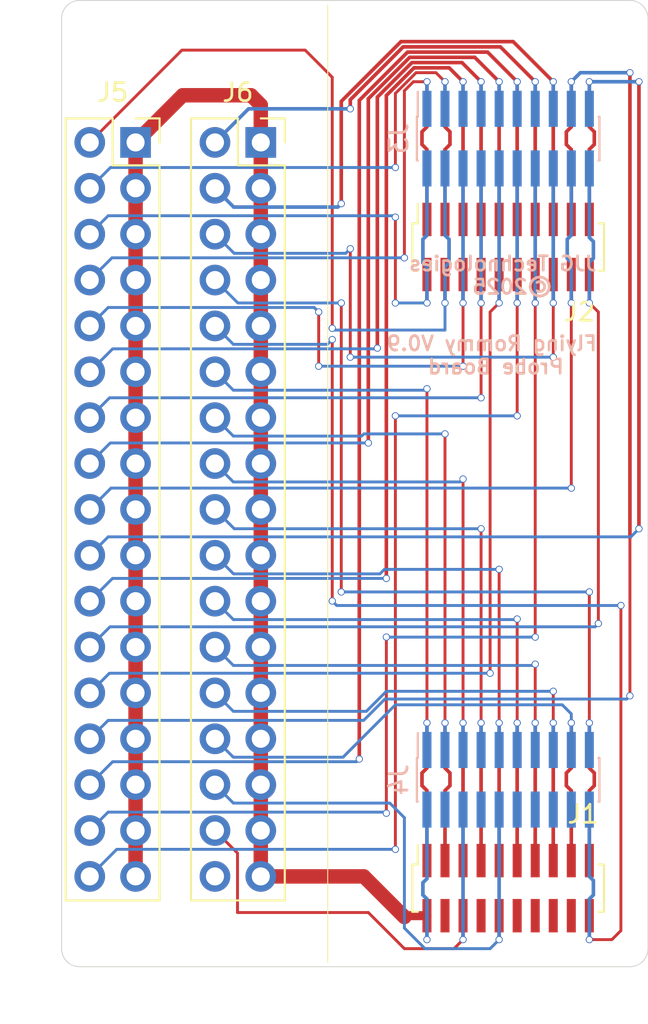
<source format=kicad_pcb>
(kicad_pcb (version 20240108) (generator "pcbnew") (generator_version "8.0")
  (layers (0 "F.Cu" signal) (31 "B.Cu" signal) (34 "B.Paste" user) (35 "F.Paste" user) (36 "B.SilkS" user "B.Silkscreen") (37 "F.SilkS" user "F.Silkscreen") (38 "B.Mask" user) (39 "F.Mask" user) (44 "Edge.Cuts" user))
  (net 0 "")
  (net 7 "/3v3-A10")
  (net 8 "/3v3-A5")
  (net 9 "/3v3-A3")
  (net 10 "/3v3-A14")
  (net 11 "/3v3-A8")
  (net 12 "/3v3-A18")
  (net 13 "/3v3-A12")
  (net 14 "/3v3-A16")
  (net 15 "/3v3-A17")
  (net 16 "/3v3-A0")
  (net 17 "/3v3-A4")
  (net 18 "/3v3-A11")
  (net 19 "/3v3-A15")
  (net 20 "/3v3-A7")
  (net 21 "/3v3-A9")
  (net 22 "/3v3-A6")
  (net 23 "/3v3-A13")
  (net 24 "/3v3-A1")
  (net 25 "/3v3-A2")
  (net 26 "/~{3v3-BusConnect}")
  (net 27 "/~{3v3-OE}")
  (net 28 "/3v3-D7")
  (net 29 "/3v3-D3")
  (net 30 "/3v3-D4")
  (net 31 "/3v3-D0")
  (net 32 "/~{3v3-FL_WE}")
  (net 33 "/3v3-D6")
  (net 34 "/3v3-D2")
  (net 35 "/~{3v3-CE}")
  (net 36 "/3v3-D1")
  (net 37 "/3v3-D5")
  (net 38 "/3v3")
  (net 39 "/5v")
  (net 40 "/GND")
  (footprint "JJGTechnologies_Footprint_Library:PinSocket_2x10_P1.00mm_Vertical_SMD" (layer "F.Cu") (at 152.25 120.4 90)
    (property "Reference" "J1")
    (property "Value" "Conn_01x20_Socket")
  )
  (footprint "Connector_PinSocket_2.54mm:PinSocket_2x17_P2.54mm_Vertical" (layer "F.Cu") (at 138.54 79.11)
    (property "Reference" "J6")
    (property "Value" "Conn_01x34_Pin")
  )
  (footprint "JJGTechnologies_Footprint_Library:PinSocket_2x10_P1.00mm_Vertical_SMD" (layer "F.Cu") (at 152.25 84.9 90)
    (property "Reference" "J2")
    (property "Value" "Conn_01x20_Socket")
  )
  (footprint "Connector_PinSocket_2.54mm:PinSocket_2x17_P2.54mm_Vertical" (layer "F.Cu") (at 131.6 79.11)
    (property "Reference" "J5")
    (property "Value" "Conn_01x34_Pin")
  )
  (footprint "JJGTechnologies_Footprint_Library2:PinHeader_2x10_P1.00mm_Vertical_SMD" (layer "B.Cu") (at 152.25 78.9 -90)
    (property "Reference" "J3")
    (property "Value" "Conn_01x20_Pin")
  )
  (footprint "JJGTechnologies_Footprint_Library2:PinHeader_2x10_P1.00mm_Vertical_SMD" (layer "B.Cu") (at 152.25 114.4 -90)
    (property "Reference" "J4")
    (property "Value" "Conn_01x20_Pin")
  )
  (gr_line (start 142.25 71.5) (end 142.25 124.5) (stroke (width 0.05)) (layer "F.SilkS"))
  (gr_arc (start 159 71.25) (mid 159.707107 71.542893) (end 160 72.25) (stroke (width 0.05)) (layer "Edge.Cuts"))
  (gr_line (start 159 124.75) (end 128.5 124.75) (stroke (width 0.05)) (layer "Edge.Cuts"))
  (gr_arc (start 128.5 124.75) (mid 127.792893 124.457107) (end 127.5 123.75) (stroke (width 0.05)) (layer "Edge.Cuts"))
  (gr_line (start 160 72.25) (end 160 123.75) (stroke (width 0.05)) (layer "Edge.Cuts"))
  (gr_arc (start 160 123.75) (mid 159.707107 124.457107) (end 159 124.75) (stroke (width 0.05)) (layer "Edge.Cuts"))
  (gr_line (start 128.5 71.25) (end 159 71.25) (stroke (width 0.05)) (layer "Edge.Cuts"))
  (gr_arc (start 127.5 72.25) (mid 127.792893 71.542893) (end 128.5 71.25) (stroke (width 0.05)) (layer "Edge.Cuts"))
  (gr_line (start 127.5 123.75) (end 127.5 72.25) (stroke (width 0.05)) (layer "Edge.Cuts"))
  (gr_text "Flying Rommy V0.9\n   Probe Board" (at 157.25 92 0) (layer "B.SilkS") (effects (font (size 0.8 0.8) (thickness 0.15) (bold yes)) (justify left bottom mirror)))
  (gr_text "JJG Technologies \n    ©2025" (at 157.226 87.5792 0) (layer "B.SilkS") (effects (font (size 0.8 0.8)) (justify left bottom mirror)))
  (segment (start 149.75 83.375) (end 149.75 75.75) (width 0.2) (layer "F.Cu") (net 7))
  (segment (start 149.75 75.75) (end 148.98 74.98) (width 0.2) (layer "F.Cu") (net 7))
  (segment (start 145.5 76.514609) (end 145.5 103.25) (width 0.2) (layer "F.Cu") (net 7))
  (segment (start 148.98 74.98) (end 147.034609 74.98) (width 0.2) (layer "F.Cu") (net 7))
  (segment (start 147.034609 74.98) (end 145.5 76.514609) (width 0.2) (layer "F.Cu") (net 7))
  (via (at 149.75 75.75) (size 0.4) (drill 0.3) (layers "F.Cu" "B.Cu") (net 7))
  (via (at 145.5 103.25) (size 0.4) (drill 0.3) (layers "F.Cu" "B.Cu") (net 7))
  (segment (start 129.06 104.51) (end 130.32 103.25) (width 0.16) (layer "B.Cu") (net 7))
  (segment (start 149.75 75.75) (end 149.75 77.25) (width 0.2) (layer "B.Cu") (net 7))
  (segment (start 130.32 103.25) (end 145.5 103.25) (width 0.16) (layer "B.Cu") (net 7))
  (segment (start 149.69 74.69) (end 146.914487 74.69) (width 0.2) (layer "F.Cu") (net 8))
  (segment (start 150.75 75.75) (end 149.69 74.69) (width 0.2) (layer "F.Cu") (net 8))
  (segment (start 145 76.604487) (end 145 90.25) (width 0.2) (layer "F.Cu") (net 8))
  (segment (start 146.914487 74.69) (end 145 76.604487) (width 0.2) (layer "F.Cu") (net 8))
  (segment (start 145 90.25) (end 145 90.5) (width 0.2) (layer "F.Cu") (net 8))
  (segment (start 150.75 83.375) (end 150.75 75.75) (width 0.2) (layer "F.Cu") (net 8))
  (via (at 150.75 75.75) (size 0.4) (drill 0.3) (layers "F.Cu" "B.Cu") (net 8))
  (via (at 145 90.5) (size 0.4) (drill 0.3) (layers "F.Cu" "B.Cu") (net 8))
  (segment (start 129.06 91.81) (end 130.33 90.54) (width 0.16) (layer "B.Cu") (net 8))
  (segment (start 144.96 90.54) (end 145 90.5) (width 0.16) (layer "B.Cu") (net 8))
  (segment (start 150.75 75.75) (end 150.75 77.25) (width 0.2) (layer "B.Cu") (net 8))
  (segment (start 130.33 90.54) (end 144.96 90.54) (width 0.16) (layer "B.Cu") (net 8))
  (segment (start 147 75.75) (end 147.75 75.75) (width 0.16) (layer "F.Cu") (net 9))
  (segment (start 147.75 78.25) (end 147.75 75.75) (width 0.2) (layer "F.Cu") (net 9))
  (segment (start 146.5 85.5) (end 146.5 76.25) (width 0.16) (layer "F.Cu") (net 9))
  (segment (start 146.5 76.25) (end 147 75.75) (width 0.16) (layer "F.Cu") (net 9))
  (segment (start 147.475 78.525) (end 147.75 78.25) (width 0.2) (layer "F.Cu") (net 9))
  (segment (start 147.75 79.5) (end 147.475 79.225) (width 0.2) (layer "F.Cu") (net 9))
  (segment (start 147.475 79.225) (end 147.475 78.525) (width 0.2) (layer "F.Cu") (net 9))
  (segment (start 147.75 83.375) (end 147.75 79.5) (width 0.2) (layer "F.Cu") (net 9))
  (via (at 146.5 85.5) (size 0.4) (drill 0.3) (layers "F.Cu" "B.Cu") (net 9))
  (via (at 147.75 75.75) (size 0.4) (drill 0.3) (layers "F.Cu" "B.Cu") (net 9))
  (segment (start 147.75 75.75) (end 147.75 77.25) (width 0.2) (layer "B.Cu") (net 9))
  (segment (start 130.29 85.5) (end 146.5 85.5) (width 0.16) (layer "B.Cu") (net 9))
  (segment (start 129.06 86.73) (end 130.29 85.5) (width 0.16) (layer "B.Cu") (net 9))
  (segment (start 144 76.784243) (end 144 104.75) (width 0.2) (layer "F.Cu") (net 10))
  (segment (start 151.11 74.11) (end 146.674243 74.11) (width 0.2) (layer "F.Cu") (net 10))
  (segment (start 152.75 75.75) (end 151.11 74.11) (width 0.2) (layer "F.Cu") (net 10))
  (segment (start 152.75 83.375) (end 152.75 75.75) (width 0.2) (layer "F.Cu") (net 10))
  (segment (start 146.674243 74.11) (end 144 76.784243) (width 0.2) (layer "F.Cu") (net 10))
  (segment (start 144 104.5) (end 144 113.25) (width 0.2) (layer "F.Cu") (net 10))
  (segment (start 144 104.75) (end 144 104.5) (width 0.2) (layer "F.Cu") (net 10))
  (via (at 144 113.25) (size 0.4) (drill 0.3) (layers "F.Cu" "B.Cu") (net 10))
  (via (at 152.75 75.75) (size 0.4) (drill 0.3) (layers "F.Cu" "B.Cu") (net 10))
  (segment (start 129.06 114.67) (end 130.33 113.4) (width 0.16) (layer "B.Cu") (net 10))
  (segment (start 130.33 113.4) (end 143.85 113.4) (width 0.16) (layer "B.Cu") (net 10))
  (segment (start 152.75 75.75) (end 152.75 77.25) (width 0.2) (layer "B.Cu") (net 10))
  (segment (start 143.85 113.4) (end 144 113.25) (width 0.16) (layer "B.Cu") (net 10))
  (segment (start 155.75 98.25) (end 155.75 88) (width 0.16) (layer "F.Cu") (net 11))
  (segment (start 155.75 88) (end 155.75 86.425) (width 0.2) (layer "F.Cu") (net 11))
  (via (at 155.75 98.25) (size 0.4) (drill 0.3) (layers "F.Cu" "B.Cu") (net 11))
  (via (at 155.75 88) (size 0.4) (drill 0.3) (layers "F.Cu" "B.Cu") (net 11))
  (segment (start 155.75 84.25) (end 155.525 84.475) (width 0.2) (layer "B.Cu") (net 11))
  (segment (start 155.525 84.475) (end 155.525 85.525) (width 0.2) (layer "B.Cu") (net 11))
  (segment (start 155.75 85.75) (end 155.75 88) (width 0.2) (layer "B.Cu") (net 11))
  (segment (start 155.525 85.525) (end 155.75 85.75) (width 0.2) (layer "B.Cu") (net 11))
  (segment (start 155.75 80.55) (end 155.75 84.25) (width 0.2) (layer "B.Cu") (net 11))
  (segment (start 130.24 98.25) (end 155.75 98.25) (width 0.16) (layer "B.Cu") (net 11))
  (segment (start 129.06 99.43) (end 130.24 98.25) (width 0.16) (layer "B.Cu") (net 11))
  (segment (start 154.75 83.375) (end 154.75 75.75) (width 0.2) (layer "F.Cu") (net 12))
  (segment (start 146.309878 73.53) (end 143 76.839878) (width 0.2) (layer "F.Cu") (net 12))
  (segment (start 152.53 73.53) (end 146.309878 73.53) (width 0.2) (layer "F.Cu") (net 12))
  (segment (start 143 76.839878) (end 143 82.5) (width 0.2) (layer "F.Cu") (net 12))
  (segment (start 154.75 75.75) (end 152.53 73.53) (width 0.2) (layer "F.Cu") (net 12))
  (via (at 154.75 75.75) (size 0.4) (drill 0.3) (layers "F.Cu" "B.Cu") (net 12))
  (via (at 143 82.5) (size 0.4) (drill 0.3) (layers "F.Cu" "B.Cu") (net 12))
  (segment (start 143 82.5) (end 142.81 82.69) (width 0.2) (layer "B.Cu") (net 12))
  (segment (start 142.81 82.69) (end 137.04 82.69) (width 0.2) (layer "B.Cu") (net 12))
  (segment (start 137.04 82.69) (end 136 81.65) (width 0.2) (layer "B.Cu") (net 12))
  (segment (start 154.75 75.75) (end 154.75 77.25) (width 0.2) (layer "B.Cu") (net 12))
  (segment (start 151.25 108.5) (end 151.25 88.5) (width 0.16) (layer "F.Cu") (net 13))
  (segment (start 151.75 86.425) (end 151.75 88) (width 0.2) (layer "F.Cu") (net 13))
  (segment (start 151.25 88.5) (end 151.75 88) (width 0.16) (layer "F.Cu") (net 13))
  (via (at 151.25 108.5) (size 0.4) (drill 0.3) (layers "F.Cu" "B.Cu") (net 13))
  (via (at 151.75 88) (size 0.4) (drill 0.3) (layers "F.Cu" "B.Cu") (net 13))
  (segment (start 129.06 109.59) (end 130.15 108.5) (width 0.16) (layer "B.Cu") (net 13))
  (segment (start 151.75 80.55) (end 151.75 88) (width 0.2) (layer "B.Cu") (net 13))
  (segment (start 130.15 108.5) (end 151.25 108.5) (width 0.16) (layer "B.Cu") (net 13))
  (segment (start 152.75 88) (end 152.75 86.425) (width 0.2) (layer "F.Cu") (net 14))
  (segment (start 152.75 94.25) (end 152.75 88) (width 0.16) (layer "F.Cu") (net 14))
  (segment (start 146 118.25) (end 146 94.25) (width 0.16) (layer "F.Cu") (net 14))
  (via (at 146 94.25) (size 0.4) (drill 0.3) (layers "F.Cu" "B.Cu") (net 14))
  (via (at 152.75 94.25) (size 0.4) (drill 0.3) (layers "F.Cu" "B.Cu") (net 14))
  (via (at 152.75 88) (size 0.4) (drill 0.3) (layers "F.Cu" "B.Cu") (net 14))
  (via (at 146 118.25) (size 0.4) (drill 0.3) (layers "F.Cu" "B.Cu") (net 14))
  (segment (start 129.06 119.75) (end 130.56 118.25) (width 0.16) (layer "B.Cu") (net 14))
  (segment (start 152.75 80.55) (end 152.75 88) (width 0.2) (layer "B.Cu") (net 14))
  (segment (start 146 94.25) (end 152.75 94.25) (width 0.16) (layer "B.Cu") (net 14))
  (segment (start 130.56 118.25) (end 146 118.25) (width 0.16) (layer "B.Cu") (net 14))
  (segment (start 153.75 75.75) (end 151.82 73.82) (width 0.2) (layer "F.Cu") (net 15))
  (segment (start 143.5 76.75) (end 143.5 77.25) (width 0.2) (layer "F.Cu") (net 15))
  (segment (start 151.82 73.82) (end 146.43 73.82) (width 0.2) (layer "F.Cu") (net 15))
  (segment (start 146.43 73.82) (end 143.5 76.75) (width 0.2) (layer "F.Cu") (net 15))
  (segment (start 153.75 83.375) (end 153.75 75.75) (width 0.2) (layer "F.Cu") (net 15))
  (via (at 153.75 75.75) (size 0.4) (drill 0.3) (layers "F.Cu" "B.Cu") (net 15))
  (via (at 143.5 77.25) (size 0.4) (drill 0.3) (layers "F.Cu" "B.Cu") (net 15))
  (segment (start 143.5 77.25) (end 137.86 77.25) (width 0.2) (layer "B.Cu") (net 15))
  (segment (start 137.86 77.25) (end 136 79.11) (width 0.2) (layer "B.Cu") (net 15))
  (segment (start 153.75 75.75) (end 153.75 77.25) (width 0.2) (layer "B.Cu") (net 15))
  (segment (start 142.5 75.5) (end 141 74) (width 0.16) (layer "F.Cu") (net 16))
  (segment (start 134.17 74) (end 129.06 79.11) (width 0.16) (layer "F.Cu") (net 16))
  (segment (start 142.5 89.4) (end 142.5 75.5) (width 0.16) (layer "F.Cu") (net 16))
  (segment (start 148.75 88) (end 148.75 86.425) (width 0.2) (layer "F.Cu") (net 16))
  (segment (start 141 74) (end 134.17 74) (width 0.16) (layer "F.Cu") (net 16))
  (via (at 148.75 88) (size 0.4) (drill 0.3) (layers "F.Cu" "B.Cu") (net 16))
  (via (at 142.5 89.4) (size 0.4) (drill 0.3) (layers "F.Cu" "B.Cu") (net 16))
  (segment (start 142.5 89.4) (end 142.6 89.5) (width 0.16) (layer "B.Cu") (net 16))
  (segment (start 148.75 86) (end 148.75 88) (width 0.2) (layer "B.Cu") (net 16))
  (segment (start 148.975 84.475) (end 148.975 85.775) (width 0.2) (layer "B.Cu") (net 16))
  (segment (start 148.75 84.25) (end 148.975 84.475) (width 0.2) (layer "B.Cu") (net 16))
  (segment (start 148.975 85.775) (end 148.75 86) (width 0.2) (layer "B.Cu") (net 16))
  (segment (start 148.75 89.5) (end 148.75 88) (width 0.16) (layer "B.Cu") (net 16))
  (segment (start 148.75 80.55) (end 148.75 84.25) (width 0.2) (layer "B.Cu") (net 16))
  (segment (start 142.6 89.5) (end 148.75 89.5) (width 0.16) (layer "B.Cu") (net 16))
  (segment (start 141.75 88.5) (end 141.75 91.5) (width 0.16) (layer "F.Cu") (net 17))
  (segment (start 149.75 88) (end 149.75 86.425) (width 0.2) (layer "F.Cu") (net 17))
  (segment (start 149.75 91.5) (end 149.75 88) (width 0.16) (layer "F.Cu") (net 17))
  (via (at 141.75 91.5) (size 0.4) (drill 0.3) (layers "F.Cu" "B.Cu") (net 17))
  (via (at 141.75 88.5) (size 0.4) (drill 0.3) (layers "F.Cu" "B.Cu") (net 17))
  (via (at 149.75 88) (size 0.4) (drill 0.3) (layers "F.Cu" "B.Cu") (net 17))
  (via (at 149.75 91.5) (size 0.4) (drill 0.3) (layers "F.Cu" "B.Cu") (net 17))
  (segment (start 141.75 91.5) (end 149.75 91.5) (width 0.16) (layer "B.Cu") (net 17))
  (segment (start 149.75 80.55) (end 149.75 88) (width 0.2) (layer "B.Cu") (net 17))
  (segment (start 129.06 89.27) (end 130.08 88.25) (width 0.16) (layer "B.Cu") (net 17))
  (segment (start 130.08 88.25) (end 141.5 88.25) (width 0.16) (layer "B.Cu") (net 17))
  (segment (start 141.5 88.25) (end 141.75 88.5) (width 0.16) (layer "B.Cu") (net 17))
  (segment (start 156.75 88) (end 156.75 86.425) (width 0.2) (layer "F.Cu") (net 18))
  (segment (start 157.25 88.5) (end 156.75 88) (width 0.16) (layer "F.Cu") (net 18))
  (segment (start 157.25 105.75) (end 157.25 88.5) (width 0.16) (layer "F.Cu") (net 18))
  (via (at 157.25 105.75) (size 0.4) (drill 0.3) (layers "F.Cu" "B.Cu") (net 18))
  (via (at 156.75 88) (size 0.4) (drill 0.3) (layers "F.Cu" "B.Cu") (net 18))
  (segment (start 129.06 107.05) (end 130.18 105.93) (width 0.16) (layer "B.Cu") (net 18))
  (segment (start 130.18 105.93) (end 157.07 105.93) (width 0.16) (layer "B.Cu") (net 18))
  (segment (start 156.975 84.599695) (end 156.975 85.525) (width 0.2) (layer "B.Cu") (net 18))
  (segment (start 157.07 105.93) (end 157.25 105.75) (width 0.16) (layer "B.Cu") (net 18))
  (segment (start 156.75 85.75) (end 156.75 88) (width 0.2) (layer "B.Cu") (net 18))
  (segment (start 156.975 85.525) (end 156.75 85.75) (width 0.2) (layer "B.Cu") (net 18))
  (segment (start 156.75 80.55) (end 156.75 84.25) (width 0.2) (layer "B.Cu") (net 18))
  (segment (start 156.75 84.374695) (end 156.975 84.599695) (width 0.2) (layer "B.Cu") (net 18))
  (segment (start 156.75 84.25) (end 156.75 84.374695) (width 0.2) (layer "B.Cu") (net 18))
  (segment (start 153.75 88) (end 153.75 86.425) (width 0.2) (layer "F.Cu") (net 19))
  (segment (start 153.75 106.5) (end 153.75 88) (width 0.16) (layer "F.Cu") (net 19))
  (segment (start 145.5 116.25) (end 145.5 106.5) (width 0.16) (layer "F.Cu") (net 19))
  (via (at 145.5 116.25) (size 0.4) (drill 0.3) (layers "F.Cu" "B.Cu") (net 19))
  (via (at 145.5 106.5) (size 0.4) (drill 0.3) (layers "F.Cu" "B.Cu") (net 19))
  (via (at 153.75 106.5) (size 0.4) (drill 0.3) (layers "F.Cu" "B.Cu") (net 19))
  (via (at 153.75 88) (size 0.4) (drill 0.3) (layers "F.Cu" "B.Cu") (net 19))
  (segment (start 145.5 106.5) (end 153.75 106.5) (width 0.16) (layer "B.Cu") (net 19))
  (segment (start 129.06 117.21) (end 130.08 116.19) (width 0.16) (layer "B.Cu") (net 19))
  (segment (start 145.44 116.19) (end 145.5 116.25) (width 0.16) (layer "B.Cu") (net 19))
  (segment (start 130.08 116.19) (end 145.44 116.19) (width 0.16) (layer "B.Cu") (net 19))
  (segment (start 153.75 80.55) (end 153.75 88) (width 0.2) (layer "B.Cu") (net 19))
  (segment (start 151.75 83.375) (end 151.75 75.75) (width 0.2) (layer "F.Cu") (net 20))
  (segment (start 150.4 74.4) (end 146.794365 74.4) (width 0.2) (layer "F.Cu") (net 20))
  (segment (start 144.5 76.694365) (end 144.5 95.75) (width 0.2) (layer "F.Cu") (net 20))
  (segment (start 146.794365 74.4) (end 144.5 76.694365) (width 0.2) (layer "F.Cu") (net 20))
  (segment (start 151.75 75.75) (end 150.4 74.4) (width 0.2) (layer "F.Cu") (net 20))
  (via (at 144.5 95.75) (size 0.4) (drill 0.3) (layers "F.Cu" "B.Cu") (net 20))
  (via (at 151.75 75.75) (size 0.4) (drill 0.3) (layers "F.Cu" "B.Cu") (net 20))
  (segment (start 129.06 96.89) (end 130.2 95.75) (width 0.16) (layer "B.Cu") (net 20))
  (segment (start 130.2 95.75) (end 144.5 95.75) (width 0.16) (layer "B.Cu") (net 20))
  (segment (start 151.75 75.75) (end 151.75 77.25) (width 0.2) (layer "B.Cu") (net 20))
  (segment (start 157.025 79.221016) (end 157.025 78.525) (width 0.2) (layer "F.Cu") (net 21))
  (segment (start 156.75 79.496016) (end 157.025 79.221016) (width 0.2) (layer "F.Cu") (net 21))
  (segment (start 156.75 79.5) (end 156.75 79.496016) (width 0.2) (layer "F.Cu") (net 21))
  (segment (start 157.025 78.525) (end 156.75 78.25) (width 0.2) (layer "F.Cu") (net 21))
  (segment (start 159.5 75.75) (end 159.5 100.5) (width 0.2) (layer "F.Cu") (net 21))
  (segment (start 156.75 78.25) (end 156.75 75.75) (width 0.2) (layer "F.Cu") (net 21))
  (segment (start 156.75 83.375) (end 156.75 79.5) (width 0.2) (layer "F.Cu") (net 21))
  (via (at 159.5 100.5) (size 0.4) (drill 0.3) (layers "F.Cu" "B.Cu") (net 21))
  (via (at 159.5 75.75) (size 0.4) (drill 0.3) (layers "F.Cu" "B.Cu") (net 21))
  (via (at 156.75 75.75) (size 0.4) (drill 0.3) (layers "F.Cu" "B.Cu") (net 21))
  (segment (start 159.05 100.95) (end 159.5 100.5) (width 0.16) (layer "B.Cu") (net 21))
  (segment (start 156.75 75.75) (end 159.5 75.75) (width 0.2) (layer "B.Cu") (net 21))
  (segment (start 130.08 100.95) (end 159.05 100.95) (width 0.16) (layer "B.Cu") (net 21))
  (segment (start 156.75 75.75) (end 156.75 77.25) (width 0.2) (layer "B.Cu") (net 21))
  (segment (start 129.06 101.97) (end 130.08 100.95) (width 0.16) (layer "B.Cu") (net 21))
  (segment (start 150.75 93.25) (end 150.75 88) (width 0.16) (layer "F.Cu") (net 22))
  (segment (start 150.75 88) (end 150.75 86.425) (width 0.2) (layer "F.Cu") (net 22))
  (via (at 150.75 93.25) (size 0.4) (drill 0.3) (layers "F.Cu" "B.Cu") (net 22))
  (via (at 150.75 88) (size 0.4) (drill 0.3) (layers "F.Cu" "B.Cu") (net 22))
  (segment (start 130.16 93.25) (end 150.75 93.25) (width 0.16) (layer "B.Cu") (net 22))
  (segment (start 150.75 80.55) (end 150.75 88) (width 0.2) (layer "B.Cu") (net 22))
  (segment (start 129.06 94.35) (end 130.16 93.25) (width 0.16) (layer "B.Cu") (net 22))
  (segment (start 155.75 83.375) (end 155.75 79.5) (width 0.2) (layer "F.Cu") (net 23))
  (segment (start 155.475 79.225) (end 155.475 78.525) (width 0.2) (layer "F.Cu") (net 23))
  (segment (start 159 75.25) (end 159 101) (width 0.2) (layer "F.Cu") (net 23))
  (segment (start 155.75 78.25) (end 155.75 75.75) (width 0.2) (layer "F.Cu") (net 23))
  (segment (start 159 109.75) (end 159 101) (width 0.16) (layer "F.Cu") (net 23))
  (segment (start 155.475 78.525) (end 155.75 78.25) (width 0.2) (layer "F.Cu") (net 23))
  (segment (start 155.75 79.5) (end 155.475 79.225) (width 0.2) (layer "F.Cu") (net 23))
  (via (at 159 109.75) (size 0.4) (drill 0.3) (layers "F.Cu" "B.Cu") (net 23))
  (via (at 155.75 75.75) (size 0.4) (drill 0.3) (layers "F.Cu" "B.Cu") (net 23))
  (via (at 159 75.25) (size 0.4) (drill 0.3) (layers "F.Cu" "B.Cu") (net 23))
  (segment (start 145.423554 109.93) (end 158.82 109.93) (width 0.16) (layer "B.Cu") (net 23))
  (segment (start 158.82 109.93) (end 159 109.75) (width 0.16) (layer "B.Cu") (net 23))
  (segment (start 129.06 112.13) (end 129.06 111.44) (width 0.16) (layer "B.Cu") (net 23))
  (segment (start 130.08 111.11) (end 144.243554 111.11) (width 0.16) (layer "B.Cu") (net 23))
  (segment (start 156.25 75.25) (end 159 75.25) (width 0.2) (layer "B.Cu") (net 23))
  (segment (start 129.06 112.13) (end 130.08 111.11) (width 0.16) (layer "B.Cu") (net 23))
  (segment (start 155.75 75.75) (end 155.75 77.25) (width 0.2) (layer "B.Cu") (net 23))
  (segment (start 155.75 75.75) (end 156.25 75.25) (width 0.2) (layer "B.Cu") (net 23))
  (segment (start 144.243554 111.11) (end 145.423554 109.93) (width 0.16) (layer "B.Cu") (net 23))
  (segment (start 146 76.396447) (end 147.146447 75.25) (width 0.16) (layer "F.Cu") (net 24))
  (segment (start 148.75 83.375) (end 148.75 79.5) (width 0.2) (layer "F.Cu") (net 24))
  (segment (start 148.75 79.5) (end 149.025 79.225) (width 0.2) (layer "F.Cu") (net 24))
  (segment (start 148.75 78.25) (end 148.75 75.75) (width 0.2) (layer "F.Cu") (net 24))
  (segment (start 149.025 79.225) (end 149.025 78.525) (width 0.2) (layer "F.Cu") (net 24))
  (segment (start 148.25 75.25) (end 148.75 75.75) (width 0.16) (layer "F.Cu") (net 24))
  (segment (start 149.025 78.525) (end 148.75 78.25) (width 0.2) (layer "F.Cu") (net 24))
  (segment (start 146 80.5) (end 146 76.396447) (width 0.16) (layer "F.Cu") (net 24))
  (segment (start 147.146447 75.25) (end 148.25 75.25) (width 0.16) (layer "F.Cu") (net 24))
  (via (at 148.75 75.75) (size 0.4) (drill 0.3) (layers "F.Cu" "B.Cu") (net 24))
  (via (at 146 80.5) (size 0.4) (drill 0.3) (layers "F.Cu" "B.Cu") (net 24))
  (segment (start 148.75 75.75) (end 148.75 77.25) (width 0.2) (layer "B.Cu") (net 24))
  (segment (start 130.21 80.5) (end 146 80.5) (width 0.16) (layer "B.Cu") (net 24))
  (segment (start 129.06 81.65) (end 130.21 80.5) (width 0.16) (layer "B.Cu") (net 24))
  (segment (start 146 83.25) (end 146 88) (width 0.16) (layer "F.Cu") (net 25))
  (segment (start 147.75 88) (end 147.75 86.425) (width 0.2) (layer "F.Cu") (net 25))
  (via (at 146 83.25) (size 0.4) (drill 0.3) (layers "F.Cu" "B.Cu") (net 25))
  (via (at 146 88) (size 0.4) (drill 0.3) (layers "F.Cu" "B.Cu") (net 25))
  (via (at 147.75 88) (size 0.4) (drill 0.3) (layers "F.Cu" "B.Cu") (net 25))
  (segment (start 147.75 86) (end 147.75 88) (width 0.2) (layer "B.Cu") (net 25))
  (segment (start 130.08 83.17) (end 145.92 83.17) (width 0.16) (layer "B.Cu") (net 25))
  (segment (start 129.06 84.19) (end 130.08 83.17) (width 0.16) (layer "B.Cu") (net 25))
  (segment (start 146 88) (end 147.75 88) (width 0.16) (layer "B.Cu") (net 25))
  (segment (start 147.75 84) (end 147.75 84.25) (width 0.2) (layer "B.Cu") (net 25))
  (segment (start 147.525 85.775) (end 147.75 86) (width 0.2) (layer "B.Cu") (net 25))
  (segment (start 147.525 84.475) (end 147.525 85.775) (width 0.2) (layer "B.Cu") (net 25))
  (segment (start 147.75 84.25) (end 147.525 84.475) (width 0.2) (layer "B.Cu") (net 25))
  (segment (start 145.92 83.17) (end 146 83.25) (width 0.16) (layer "B.Cu") (net 25))
  (segment (start 147.75 80.55) (end 147.75 84) (width 0.2) (layer "B.Cu") (net 25))
  (segment (start 147.75 115) (end 147.475 114.725) (width 0.2) (layer "F.Cu") (net 26))
  (segment (start 147.75 113.75) (end 147.75 111.25) (width 0.2) (layer "F.Cu") (net 26))
  (segment (start 147.75 92.75) (end 147.75 111.25) (width 0.16) (layer "F.Cu") (net 26))
  (segment (start 147.75 118.875) (end 147.75 115) (width 0.2) (layer "F.Cu") (net 26))
  (segment (start 147.475 114.025) (end 147.75 113.75) (width 0.2) (layer "F.Cu") (net 26))
  (segment (start 147.475 114.725) (end 147.475 114.025) (width 0.2) (layer "F.Cu") (net 26))
  (via (at 147.75 111.25) (size 0.4) (drill 0.3) (layers "F.Cu" "B.Cu") (net 26))
  (via (at 147.75 92.75) (size 0.4) (drill 0.3) (layers "F.Cu" "B.Cu") (net 26))
  (segment (start 147.67 92.83) (end 147.75 92.75) (width 0.16) (layer "B.Cu") (net 26))
  (segment (start 136 91.81) (end 137.02 92.83) (width 0.16) (layer "B.Cu") (net 26))
  (segment (start 137.02 92.83) (end 147.67 92.83) (width 0.16) (layer "B.Cu") (net 26))
  (segment (start 147.75 111.25) (end 147.75 112.75) (width 0.2) (layer "B.Cu") (net 26))
  (segment (start 156.75 118.875) (end 156.75 115) (width 0.2) (layer "F.Cu") (net 27))
  (segment (start 156.75 104) (end 156.75 111.25) (width 0.16) (layer "F.Cu") (net 27))
  (segment (start 157.025 114.025) (end 156.75 113.75) (width 0.2) (layer "F.Cu") (net 27))
  (segment (start 156.75 113.75) (end 156.75 111.25) (width 0.2) (layer "F.Cu") (net 27))
  (segment (start 157.025 114.725) (end 157.025 114.025) (width 0.2) (layer "F.Cu") (net 27))
  (segment (start 143 88) (end 143 104) (width 0.16) (layer "F.Cu") (net 27))
  (segment (start 156.75 115) (end 157.025 114.725) (width 0.2) (layer "F.Cu") (net 27))
  (via (at 156.75 111.25) (size 0.4) (drill 0.3) (layers "F.Cu" "B.Cu") (net 27))
  (via (at 143 104) (size 0.4) (drill 0.3) (layers "F.Cu" "B.Cu") (net 27))
  (via (at 143 88) (size 0.4) (drill 0.3) (layers "F.Cu" "B.Cu") (net 27))
  (via (at 156.75 104) (size 0.4) (drill 0.3) (layers "F.Cu" "B.Cu") (net 27))
  (segment (start 143 104) (end 156.75 104) (width 0.16) (layer "B.Cu") (net 27))
  (segment (start 156.75 111.25) (end 156.75 112.75) (width 0.2) (layer "B.Cu") (net 27))
  (segment (start 137.27 88) (end 143 88) (width 0.16) (layer "B.Cu") (net 27))
  (segment (start 136 86.73) (end 137.27 88) (width 0.16) (layer "B.Cu") (net 27))
  (segment (start 155.75 115) (end 155.475 114.725) (width 0.2) (layer "F.Cu") (net 28))
  (segment (start 155.475 114.025) (end 155.75 113.75) (width 0.2) (layer "F.Cu") (net 28))
  (segment (start 155.75 118.875) (end 155.75 115) (width 0.2) (layer "F.Cu") (net 28))
  (segment (start 155.75 113.75) (end 155.75 111.25) (width 0.2) (layer "F.Cu") (net 28))
  (segment (start 155.475 114.725) (end 155.475 114.025) (width 0.2) (layer "F.Cu") (net 28))
  (via (at 155.75 111.25) (size 0.4) (drill 0.3) (layers "F.Cu" "B.Cu") (net 28))
  (segment (start 137.02 113.15) (end 143.1 113.15) (width 0.16) (layer "B.Cu") (net 28))
  (segment (start 146 110.25) (end 155.25 110.25) (width 0.16) (layer "B.Cu") (net 28))
  (segment (start 155.25 110.25) (end 155.75 110.75) (width 0.16) (layer "B.Cu") (net 28))
  (segment (start 155.75 111.25) (end 155.75 112.75) (width 0.2) (layer "B.Cu") (net 28))
  (segment (start 143.1 113.15) (end 146 110.25) (width 0.16) (layer "B.Cu") (net 28))
  (segment (start 155.75 110.75) (end 155.75 111.25) (width 0.16) (layer "B.Cu") (net 28))
  (segment (start 136 112.13) (end 137.02 113.15) (width 0.16) (layer "B.Cu") (net 28))
  (segment (start 151.75 102.75) (end 151.75 111.25) (width 0.16) (layer "F.Cu") (net 29))
  (segment (start 151.75 118.875) (end 151.75 111.25) (width 0.2) (layer "F.Cu") (net 29))
  (via (at 151.75 102.75) (size 0.4) (drill 0.3) (layers "F.Cu" "B.Cu") (net 29))
  (via (at 151.75 111.25) (size 0.4) (drill 0.3) (layers "F.Cu" "B.Cu") (net 29))
  (segment (start 136 101.97) (end 137.03 103) (width 0.16) (layer "B.Cu") (net 29))
  (segment (start 137.03 103) (end 145.141888 103) (width 0.16) (layer "B.Cu") (net 29))
  (segment (start 151.75 111.25) (end 151.75 112.75) (width 0.2) (layer "B.Cu") (net 29))
  (segment (start 145.141888 103) (end 145.391888 102.75) (width 0.16) (layer "B.Cu") (net 29))
  (segment (start 145.391888 102.75) (end 151.75 102.75) (width 0.16) (layer "B.Cu") (net 29))
  (segment (start 152.75 105.5) (end 152.75 111.25) (width 0.16) (layer "F.Cu") (net 30))
  (segment (start 152.75 118.875) (end 152.75 111.25) (width 0.2) (layer "F.Cu") (net 30))
  (via (at 152.75 105.5) (size 0.4) (drill 0.3) (layers "F.Cu" "B.Cu") (net 30))
  (via (at 152.75 111.25) (size 0.4) (drill 0.3) (layers "F.Cu" "B.Cu") (net 30))
  (segment (start 136 104.51) (end 137.02 105.53) (width 0.16) (layer "B.Cu") (net 30))
  (segment (start 152.75 111.25) (end 152.75 112.75) (width 0.2) (layer "B.Cu") (net 30))
  (segment (start 137.02 105.53) (end 152.72 105.53) (width 0.16) (layer "B.Cu") (net 30))
  (segment (start 152.72 105.53) (end 152.75 105.5) (width 0.16) (layer "B.Cu") (net 30))
  (segment (start 148.75 95.25) (end 148.75 111.25) (width 0.16) (layer "F.Cu") (net 31))
  (segment (start 148.75 118.875) (end 148.75 115) (width 0.2) (layer "F.Cu") (net 31))
  (segment (start 149.025 114.025) (end 148.75 113.75) (width 0.2) (layer "F.Cu") (net 31))
  (segment (start 149.025 114.725) (end 149.025 114.025) (width 0.2) (layer "F.Cu") (net 31))
  (segment (start 148.75 113.75) (end 148.75 111.25) (width 0.2) (layer "F.Cu") (net 31))
  (segment (start 148.75 115) (end 149.025 114.725) (width 0.2) (layer "F.Cu") (net 31))
  (via (at 148.75 95.25) (size 0.4) (drill 0.3) (layers "F.Cu" "B.Cu") (net 31))
  (via (at 148.75 111.25) (size 0.4) (drill 0.3) (layers "F.Cu" "B.Cu") (net 31))
  (segment (start 148.75 111.25) (end 148.75 112.75) (width 0.2) (layer "B.Cu") (net 31))
  (segment (start 144.25 95.25) (end 148.75 95.25) (width 0.16) (layer "B.Cu") (net 31))
  (segment (start 144.13 95.37) (end 144.25 95.25) (width 0.16) (layer "B.Cu") (net 31))
  (segment (start 136 94.35) (end 137.02 95.37) (width 0.16) (layer "B.Cu") (net 31))
  (segment (start 137.02 95.37) (end 144.13 95.37) (width 0.16) (layer "B.Cu") (net 31))
  (segment (start 143.5 85) (end 143.5 91) (width 0.16) (layer "F.Cu") (net 32))
  (segment (start 154.75 91) (end 154.75 88) (width 0.16) (layer "F.Cu") (net 32))
  (segment (start 154.75 88) (end 154.75 86.425) (width 0.2) (layer "F.Cu") (net 32))
  (via (at 154.75 91) (size 0.4) (drill 0.3) (layers "F.Cu" "B.Cu") (net 32))
  (via (at 143.5 85) (size 0.4) (drill 0.3) (layers "F.Cu" "B.Cu") (net 32))
  (via (at 143.5 91) (size 0.4) (drill 0.3) (layers "F.Cu" "B.Cu") (net 32))
  (via (at 154.75 88) (size 0.4) (drill 0.3) (layers "F.Cu" "B.Cu") (net 32))
  (segment (start 154.75 80.55) (end 154.75 88) (width 0.2) (layer "B.Cu") (net 32))
  (segment (start 137.06 85.25) (end 143.25 85.25) (width 0.16) (layer "B.Cu") (net 32))
  (segment (start 136 84.19) (end 137.06 85.25) (width 0.16) (layer "B.Cu") (net 32))
  (segment (start 143.5 91) (end 154.75 91) (width 0.16) (layer "B.Cu") (net 32))
  (segment (start 143.25 85.25) (end 143.5 85) (width 0.16) (layer "B.Cu") (net 32))
  (segment (start 154.75 109.5) (end 154.75 111.25) (width 0.16) (layer "F.Cu") (net 33))
  (segment (start 154.75 118.875) (end 154.75 111.25) (width 0.2) (layer "F.Cu") (net 33))
  (via (at 154.75 109.5) (size 0.4) (drill 0.3) (layers "F.Cu" "B.Cu") (net 33))
  (via (at 154.75 111.25) (size 0.4) (drill 0.3) (layers "F.Cu" "B.Cu") (net 33))
  (segment (start 137.02 110.61) (end 144.39 110.61) (width 0.16) (layer "B.Cu") (net 33))
  (segment (start 145.5 109.5) (end 154.75 109.5) (width 0.16) (layer "B.Cu") (net 33))
  (segment (start 136 109.59) (end 137.02 110.61) (width 0.16) (layer "B.Cu") (net 33))
  (segment (start 154.75 111.25) (end 154.75 112.75) (width 0.2) (layer "B.Cu") (net 33))
  (segment (start 144.39 110.61) (end 145.5 109.5) (width 0.16) (layer "B.Cu") (net 33))
  (segment (start 150.75 100.5) (end 150.75 111.25) (width 0.16) (layer "F.Cu") (net 34))
  (segment (start 150.75 118.875) (end 150.75 111.25) (width 0.2) (layer "F.Cu") (net 34))
  (via (at 150.75 111.25) (size 0.4) (drill 0.3) (layers "F.Cu" "B.Cu") (net 34))
  (via (at 150.75 100.5) (size 0.4) (drill 0.3) (layers "F.Cu" "B.Cu") (net 34))
  (segment (start 150.75 112.75) (end 150.75 111.25) (width 0.2) (layer "B.Cu") (net 34))
  (segment (start 137.07 100.5) (end 150.75 100.5) (width 0.16) (layer "B.Cu") (net 34))
  (segment (start 136 99.43) (end 137.07 100.5) (width 0.16) (layer "B.Cu") (net 34))
  (segment (start 158.5 122.75) (end 158 123.25) (width 0.16) (layer "F.Cu") (net 35))
  (segment (start 156.75 123.25) (end 156.75 121.925) (width 0.2) (layer "F.Cu") (net 35))
  (segment (start 158 123.25) (end 156.75 123.25) (width 0.16) (layer "F.Cu") (net 35))
  (segment (start 158.5 104.75) (end 158.5 122.75) (width 0.16) (layer "F.Cu") (net 35))
  (segment (start 142.5 90.025003) (end 142.5 104.5) (width 0.16) (layer "F.Cu") (net 35))
  (via (at 156.75 123.25) (size 0.4) (drill 0.3) (layers "F.Cu" "B.Cu") (net 35))
  (via (at 142.5 104.5) (size 0.4) (drill 0.3) (layers "F.Cu" "B.Cu") (net 35))
  (via (at 142.5 90.025003) (size 0.4) (drill 0.3) (layers "F.Cu" "B.Cu") (net 35))
  (via (at 158.5 104.75) (size 0.4) (drill 0.3) (layers "F.Cu" "B.Cu") (net 35))
  (segment (start 156.75 119.75) (end 156.975 119.975) (width 0.2) (layer "B.Cu") (net 35))
  (segment (start 156.75 121) (end 156.75 123.25) (width 0.2) (layer "B.Cu") (net 35))
  (segment (start 136 89.27) (end 137.02 90.29) (width 0.16) (layer "B.Cu") (net 35))
  (segment (start 142.75 104.75) (end 158.5 104.75) (width 0.16) (layer "B.Cu") (net 35))
  (segment (start 156.975 119.975) (end 156.975 120.775) (width 0.2) (layer "B.Cu") (net 35))
  (segment (start 142.235003 90.29) (end 142.5 90.025003) (width 0.16) (layer "B.Cu") (net 35))
  (segment (start 137.02 90.29) (end 142.235003 90.29) (width 0.16) (layer "B.Cu") (net 35))
  (segment (start 142.5 104.5) (end 142.75 104.75) (width 0.16) (layer "B.Cu") (net 35))
  (segment (start 156.975 120.775) (end 156.75 121) (width 0.2) (layer "B.Cu") (net 35))
  (segment (start 156.75 116.05) (end 156.75 119.75) (width 0.2) (layer "B.Cu") (net 35))
  (segment (start 149.75 118.875) (end 149.75 111.25) (width 0.2) (layer "F.Cu") (net 36))
  (segment (start 149.75 97.75) (end 149.75 111.25) (width 0.16) (layer "F.Cu") (net 36))
  (via (at 149.75 111.25) (size 0.4) (drill 0.3) (layers "F.Cu" "B.Cu") (net 36))
  (via (at 149.75 97.75) (size 0.4) (drill 0.3) (layers "F.Cu" "B.Cu") (net 36))
  (segment (start 149.75 111.25) (end 149.75 112.75) (width 0.2) (layer "B.Cu") (net 36))
  (segment (start 149.59 97.91) (end 149.75 97.75) (width 0.16) (layer "B.Cu") (net 36))
  (segment (start 136 96.89) (end 137.02 97.91) (width 0.16) (layer "B.Cu") (net 36))
  (segment (start 137.02 97.91) (end 149.59 97.91) (width 0.16) (layer "B.Cu") (net 36))
  (segment (start 153.75 118.875) (end 153.75 111.25) (width 0.2) (layer "F.Cu") (net 37))
  (segment (start 153.75 108) (end 153.75 111.25) (width 0.16) (layer "F.Cu") (net 37))
  (via (at 153.75 111.25) (size 0.4) (drill 0.3) (layers "F.Cu" "B.Cu") (net 37))
  (via (at 153.75 108) (size 0.4) (drill 0.3) (layers "F.Cu" "B.Cu") (net 37))
  (segment (start 137.02 108.07) (end 153.68 108.07) (width 0.16) (layer "B.Cu") (net 37))
  (segment (start 153.68 108.07) (end 153.75 108) (width 0.16) (layer "B.Cu") (net 37))
  (segment (start 153.75 111.25) (end 153.75 112.75) (width 0.2) (layer "B.Cu") (net 37))
  (segment (start 136 107.05) (end 137.02 108.07) (width 0.16) (layer "B.Cu") (net 37))
  (segment (start 151.75 123.25) (end 151.75 121.925) (width 0.2) (layer "F.Cu") (net 38))
  (via (at 151.75 123.25) (size 0.4) (drill 0.3) (layers "F.Cu" "B.Cu") (net 38))
  (segment (start 146.5 116.5) (end 146.5 122.608112) (width 0.16) (layer "B.Cu") (net 38))
  (segment (start 145.69 115.69) (end 146.5 116.5) (width 0.16) (layer "B.Cu") (net 38))
  (segment (start 151.75 116.05) (end 151.75 123.25) (width 0.2) (layer "B.Cu") (net 38))
  (segment (start 137.02 115.69) (end 145.69 115.69) (width 0.16) (layer "B.Cu") (net 38))
  (segment (start 151.25 123.75) (end 151.75 123.25) (width 0.16) (layer "B.Cu") (net 38))
  (segment (start 147.641888 123.75) (end 151.25 123.75) (width 0.16) (layer "B.Cu") (net 38))
  (segment (start 146.5 122.608112) (end 147.641888 123.75) (width 0.16) (layer "B.Cu") (net 38))
  (segment (start 136 114.67) (end 137.02 115.69) (width 0.16) (layer "B.Cu") (net 38))
  (segment (start 137.25 118.46) (end 137.25 121.75) (width 0.16) (layer "F.Cu") (net 39))
  (segment (start 137.25 121.75) (end 144.5 121.75) (width 0.16) (layer "F.Cu") (net 39))
  (segment (start 149.75 123.25) (end 149.75 121.925) (width 0.2) (layer "F.Cu") (net 39))
  (segment (start 146.5 123.75) (end 149.25 123.75) (width 0.16) (layer "F.Cu") (net 39))
  (segment (start 149.25 123.75) (end 149.75 123.25) (width 0.16) (layer "F.Cu") (net 39))
  (segment (start 136 117.21) (end 137.25 118.46) (width 0.16) (layer "F.Cu") (net 39))
  (segment (start 144.5 121.75) (end 146.5 123.75) (width 0.16) (layer "F.Cu") (net 39))
  (via (at 149.75 123.25) (size 0.4) (drill 0.3) (layers "F.Cu" "B.Cu") (net 39))
  (segment (start 149.75 116.05) (end 149.75 123.25) (width 0.2) (layer "B.Cu") (net 39))
  (segment (start 138.54 112.13) (end 138.54 114.67) (width 0.8) (layer "F.Cu") (net 40))
  (segment (start 138.54 99.43) (end 138.54 101.97) (width 0.8) (layer "F.Cu") (net 40))
  (segment (start 146.575 121.925) (end 146.5 122) (width 0.2) (layer "F.Cu") (net 40))
  (segment (start 138.54 86.73) (end 138.54 89.27) (width 0.8) (layer "F.Cu") (net 40))
  (segment (start 138.54 109.59) (end 138.54 112.13) (width 0.8) (layer "F.Cu") (net 40))
  (segment (start 131.6 79.11) (end 134.21 76.5) (width 0.8) (layer "F.Cu") (net 40))
  (segment (start 138.54 89.27) (end 138.54 91.81) (width 0.8) (layer "F.Cu") (net 40))
  (segment (start 131.6 107.05) (end 131.6 109.59) (width 0.8) (layer "F.Cu") (net 40))
  (segment (start 138.54 77.04) (end 138.54 79.11) (width 0.8) (layer "F.Cu") (net 40))
  (segment (start 138.54 91.81) (end 138.54 94.35) (width 0.8) (layer "F.Cu") (net 40))
  (segment (start 131.6 96.89) (end 131.6 99.43) (width 0.8) (layer "F.Cu") (net 40))
  (segment (start 138.54 81.65) (end 138.54 84.19) (width 0.8) (layer "F.Cu") (net 40))
  (segment (start 138.54 96.89) (end 138.54 99.43) (width 0.8) (layer "F.Cu") (net 40))
  (segment (start 138.54 101.97) (end 138.54 104.51) (width 0.8) (layer "F.Cu") (net 40))
  (segment (start 138.54 94.35) (end 138.54 96.89) (width 0.8) (layer "F.Cu") (net 40))
  (segment (start 131.6 114.67) (end 131.6 117.21) (width 0.8) (layer "F.Cu") (net 40))
  (segment (start 131.6 79.11) (end 131.6 81.65) (width 0.8) (layer "F.Cu") (net 40))
  (segment (start 131.6 101.97) (end 131.6 104.51) (width 0.8) (layer "F.Cu") (net 40))
  (segment (start 131.6 94.35) (end 131.6 96.89) (width 0.8) (layer "F.Cu") (net 40))
  (segment (start 138.54 117.21) (end 138.54 114.67) (width 0.8) (layer "F.Cu") (net 40))
  (segment (start 131.6 91.81) (end 131.6 94.35) (width 0.8) (layer "F.Cu") (net 40))
  (segment (start 138.54 84.19) (end 138.54 86.73) (width 0.8) (layer "F.Cu") (net 40))
  (segment (start 131.6 81.65) (end 131.6 84.19) (width 0.8) (layer "F.Cu") (net 40))
  (segment (start 138.54 119.75) (end 138.54 117.21) (width 0.8) (layer "F.Cu") (net 40))
  (segment (start 134.21 76.5) (end 138 76.5) (width 0.8) (layer "F.Cu") (net 40))
  (segment (start 138 76.5) (end 138.54 77.04) (width 0.8) (layer "F.Cu") (net 40))
  (segment (start 131.6 99.43) (end 131.6 101.97) (width 0.8) (layer "F.Cu") (net 40))
  (segment (start 147.75 123.25) (end 147.75 121.925) (width 0.2) (layer "F.Cu") (net 40))
  (segment (start 131.6 86.73) (end 131.6 89.27) (width 0.8) (layer "F.Cu") (net 40))
  (segment (start 147.75 121.925) (end 146.575 121.925) (width 0.5) (layer "F.Cu") (net 40))
  (segment (start 138.54 79.11) (end 138.54 81.65) (width 0.8) (layer "F.Cu") (net 40))
  (segment (start 131.6 109.59) (end 131.6 112.13) (width 0.8) (layer "F.Cu") (net 40))
  (segment (start 131.6 84.19) (end 131.6 86.73) (width 0.8) (layer "F.Cu") (net 40))
  (segment (start 131.6 104.51) (end 131.6 107.05) (width 0.8) (layer "F.Cu") (net 40))
  (segment (start 138.54 119.75) (end 144.25 119.75) (width 0.8) (layer "F.Cu") (net 40))
  (segment (start 138.54 104.51) (end 138.54 107.05) (width 0.8) (layer "F.Cu") (net 40))
  (segment (start 144.25 119.75) (end 146.5 122) (width 0.8) (layer "F.Cu") (net 40))
  (segment (start 138.54 107.05) (end 138.54 109.59) (width 0.8) (layer "F.Cu") (net 40))
  (segment (start 131.6 89.27) (end 131.6 91.81) (width 0.8) (layer "F.Cu") (net 40))
  (segment (start 131.6 117.21) (end 131.6 119.75) (width 0.8) (layer "F.Cu") (net 40))
  (segment (start 131.6 112.13) (end 131.6 114.67) (width 0.8) (layer "F.Cu") (net 40))
  (via (at 147.75 123.25) (size 0.4) (drill 0.3) (layers "F.Cu" "B.Cu") (net 40))
  (segment (start 147.75 121) (end 147.75 123.25) (width 0.2) (layer "B.Cu") (net 40))
  (segment (start 147.75 119.75) (end 147.75 119.874695) (width 0.2) (layer "B.Cu") (net 40))
  (segment (start 147.75 116.05) (end 147.75 119.75) (width 0.2) (layer "B.Cu") (net 40))
  (segment (start 147.525 120.775) (end 147.75 121) (width 0.2) (layer "B.Cu") (net 40))
  (segment (start 147.525 120.099695) (end 147.525 120.775) (width 0.2) (layer "B.Cu") (net 40))
  (segment (start 147.75 119.874695) (end 147.525 120.099695) (width 0.2) (layer "B.Cu") (net 40))
)
</source>
